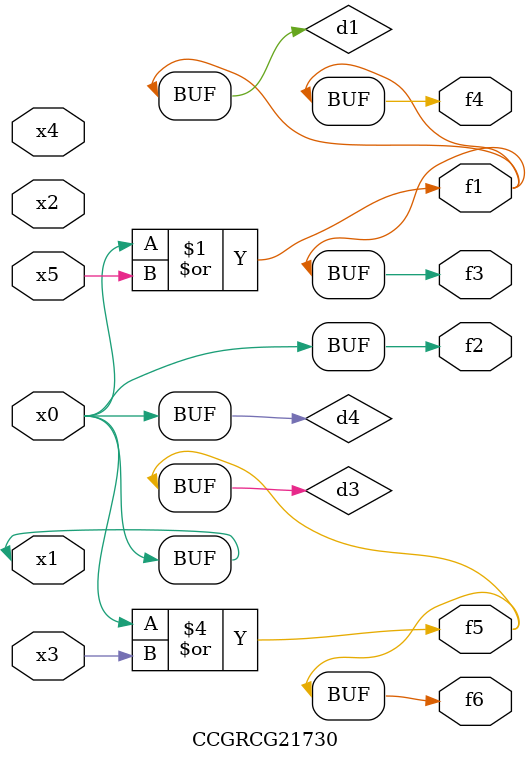
<source format=v>
module CCGRCG21730(
	input x0, x1, x2, x3, x4, x5,
	output f1, f2, f3, f4, f5, f6
);

	wire d1, d2, d3, d4;

	or (d1, x0, x5);
	xnor (d2, x1, x4);
	or (d3, x0, x3);
	buf (d4, x0, x1);
	assign f1 = d1;
	assign f2 = d4;
	assign f3 = d1;
	assign f4 = d1;
	assign f5 = d3;
	assign f6 = d3;
endmodule

</source>
